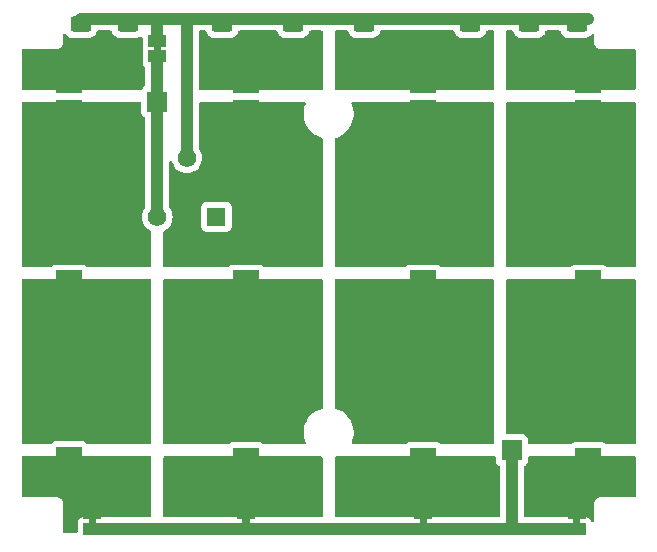
<source format=gtl>
%TF.GenerationSoftware,KiCad,Pcbnew,6.0.2+dfsg-1*%
%TF.CreationDate,2023-09-24T18:39:48+02:00*%
%TF.ProjectId,lampetit-battery,6c616d70-6574-4697-942d-626174746572,rev?*%
%TF.SameCoordinates,Original*%
%TF.FileFunction,Copper,L1,Top*%
%TF.FilePolarity,Positive*%
%FSLAX46Y46*%
G04 Gerber Fmt 4.6, Leading zero omitted, Abs format (unit mm)*
G04 Created by KiCad (PCBNEW 6.0.2+dfsg-1) date 2023-09-24 18:39:48*
%MOMM*%
%LPD*%
G01*
G04 APERTURE LIST*
G04 Aperture macros list*
%AMRoundRect*
0 Rectangle with rounded corners*
0 $1 Rounding radius*
0 $2 $3 $4 $5 $6 $7 $8 $9 X,Y pos of 4 corners*
0 Add a 4 corners polygon primitive as box body*
4,1,4,$2,$3,$4,$5,$6,$7,$8,$9,$2,$3,0*
0 Add four circle primitives for the rounded corners*
1,1,$1+$1,$2,$3*
1,1,$1+$1,$4,$5*
1,1,$1+$1,$6,$7*
1,1,$1+$1,$8,$9*
0 Add four rect primitives between the rounded corners*
20,1,$1+$1,$2,$3,$4,$5,0*
20,1,$1+$1,$4,$5,$6,$7,0*
20,1,$1+$1,$6,$7,$8,$9,0*
20,1,$1+$1,$8,$9,$2,$3,0*%
G04 Aperture macros list end*
%TA.AperFunction,ComponentPad*%
%ADD10R,1.560000X1.560000*%
%TD*%
%TA.AperFunction,ComponentPad*%
%ADD11C,1.560000*%
%TD*%
%TA.AperFunction,SMDPad,CuDef*%
%ADD12R,1.500000X1.000000*%
%TD*%
%TA.AperFunction,SMDPad,CuDef*%
%ADD13RoundRect,0.250000X-0.625000X0.400000X-0.625000X-0.400000X0.625000X-0.400000X0.625000X0.400000X0*%
%TD*%
%TA.AperFunction,SMDPad,CuDef*%
%ADD14R,2.200000X2.500000*%
%TD*%
%TA.AperFunction,SMDPad,CuDef*%
%ADD15R,2.200000X1.550000*%
%TD*%
%TA.AperFunction,ComponentPad*%
%ADD16R,1.700000X1.700000*%
%TD*%
%TA.AperFunction,ViaPad*%
%ADD17C,0.800000*%
%TD*%
%TA.AperFunction,Conductor*%
%ADD18C,1.000000*%
%TD*%
%TA.AperFunction,Conductor*%
%ADD19C,0.250000*%
%TD*%
G04 APERTURE END LIST*
%TO.C,JP3*%
G36*
X121900000Y-95050000D02*
G01*
X121300000Y-95050000D01*
X121300000Y-94550000D01*
X121900000Y-94550000D01*
X121900000Y-95050000D01*
G37*
%TO.C,JP2*%
G36*
X108900000Y-95050000D02*
G01*
X108300000Y-95050000D01*
X108300000Y-94550000D01*
X108900000Y-94550000D01*
X108900000Y-95050000D01*
G37*
%TO.C,JP5*%
G36*
X149900000Y-95050000D02*
G01*
X149300000Y-95050000D01*
X149300000Y-94550000D01*
X149900000Y-94550000D01*
X149900000Y-95050000D01*
G37*
%TO.C,JP4*%
G36*
X136900000Y-95050000D02*
G01*
X136300000Y-95050000D01*
X136300000Y-94550000D01*
X136900000Y-94550000D01*
X136900000Y-95050000D01*
G37*
%TO.C,JP1*%
G36*
X114400000Y-55050000D02*
G01*
X113800000Y-55050000D01*
X113800000Y-54550000D01*
X114400000Y-54550000D01*
X114400000Y-55050000D01*
G37*
%TD*%
D10*
%TO.P,RV1,1,1*%
%TO.N,unconnected-(RV1-Pad1)*%
X119100000Y-69040000D03*
D11*
%TO.P,RV1,2,2*%
%TO.N,Net-(JP1-Pad1)*%
X116600000Y-64040000D03*
%TO.P,RV1,3,3*%
%TO.N,+12V*%
X114100000Y-69040000D03*
%TD*%
D12*
%TO.P,JP3,1,A*%
%TO.N,/L2_3*%
X121600000Y-94150000D03*
%TO.P,JP3,2,B*%
%TO.N,GND*%
X121600000Y-95450000D03*
%TD*%
D13*
%TO.P,R5,1*%
%TO.N,Net-(JP1-Pad1)*%
X131600000Y-52750000D03*
%TO.P,R5,2*%
%TO.N,/L3_0*%
X131600000Y-55850000D03*
%TD*%
D14*
%TO.P,D6,1,K*%
%TO.N,/L2_3*%
X121600000Y-89850000D03*
D15*
%TO.P,D6,2,A*%
%TO.N,/L2_2*%
X121600000Y-87275000D03*
%TD*%
D13*
%TO.P,R7,1*%
%TO.N,Net-(JP1-Pad1)*%
X145600000Y-52750000D03*
%TO.P,R7,2*%
%TO.N,/L4_0*%
X145600000Y-55850000D03*
%TD*%
D12*
%TO.P,JP2,1,A*%
%TO.N,/L1_3*%
X108600000Y-94150000D03*
%TO.P,JP2,2,B*%
%TO.N,GND*%
X108600000Y-95450000D03*
%TD*%
D14*
%TO.P,D11,1,K*%
%TO.N,/L4_2*%
X150600000Y-74850000D03*
D15*
%TO.P,D11,2,A*%
%TO.N,/L4_1*%
X150600000Y-72275000D03*
%TD*%
D13*
%TO.P,R8,1*%
%TO.N,Net-(JP1-Pad1)*%
X149600000Y-52750000D03*
%TO.P,R8,2*%
%TO.N,/L4_0*%
X149600000Y-55850000D03*
%TD*%
%TO.P,R3,1*%
%TO.N,Net-(JP1-Pad1)*%
X119600000Y-52750000D03*
%TO.P,R3,2*%
%TO.N,/L2_0*%
X119600000Y-55850000D03*
%TD*%
D14*
%TO.P,D4,1,K*%
%TO.N,/L2_1*%
X121600000Y-60375000D03*
D15*
%TO.P,D4,2,A*%
%TO.N,/L2_0*%
X121600000Y-57800000D03*
%TD*%
D14*
%TO.P,D2,1,K*%
%TO.N,/L1_2*%
X106600000Y-74850000D03*
D15*
%TO.P,D2,2,A*%
%TO.N,/L1_1*%
X106600000Y-72275000D03*
%TD*%
D14*
%TO.P,D5,1,K*%
%TO.N,/L2_2*%
X121600000Y-74850000D03*
D15*
%TO.P,D5,2,A*%
%TO.N,/L2_1*%
X121600000Y-72275000D03*
%TD*%
D12*
%TO.P,JP5,1,A*%
%TO.N,/L4_3*%
X149600000Y-94150000D03*
%TO.P,JP5,2,B*%
%TO.N,GND*%
X149600000Y-95450000D03*
%TD*%
D14*
%TO.P,D9,1,K*%
%TO.N,/L3_3*%
X136600000Y-89850000D03*
D15*
%TO.P,D9,2,A*%
%TO.N,/L3_2*%
X136600000Y-87275000D03*
%TD*%
D16*
%TO.P,J2,1,Pin_1*%
%TO.N,GND*%
X144100000Y-88800000D03*
%TD*%
%TO.P,J1,1,Pin_1*%
%TO.N,+12V*%
X114100000Y-59300000D03*
%TD*%
D13*
%TO.P,R1,1*%
%TO.N,Net-(JP1-Pad1)*%
X107600000Y-52750000D03*
%TO.P,R1,2*%
%TO.N,/L1_0*%
X107600000Y-55850000D03*
%TD*%
D14*
%TO.P,D3,1,K*%
%TO.N,/L1_3*%
X106600000Y-89800000D03*
D15*
%TO.P,D3,2,A*%
%TO.N,/L1_2*%
X106600000Y-87225000D03*
%TD*%
D13*
%TO.P,R2,1*%
%TO.N,Net-(JP1-Pad1)*%
X111600000Y-52750000D03*
%TO.P,R2,2*%
%TO.N,/L1_0*%
X111600000Y-55850000D03*
%TD*%
D14*
%TO.P,D10,1,K*%
%TO.N,/L4_1*%
X150600000Y-60375000D03*
D15*
%TO.P,D10,2,A*%
%TO.N,/L4_0*%
X150600000Y-57800000D03*
%TD*%
D14*
%TO.P,D8,1,K*%
%TO.N,/L3_2*%
X136600000Y-74850000D03*
D15*
%TO.P,D8,2,A*%
%TO.N,/L3_1*%
X136600000Y-72275000D03*
%TD*%
D14*
%TO.P,D12,1,K*%
%TO.N,/L4_3*%
X150600000Y-89850000D03*
D15*
%TO.P,D12,2,A*%
%TO.N,/L4_2*%
X150600000Y-87275000D03*
%TD*%
D12*
%TO.P,JP4,1,A*%
%TO.N,/L3_3*%
X136600000Y-94150000D03*
%TO.P,JP4,2,B*%
%TO.N,GND*%
X136600000Y-95450000D03*
%TD*%
%TO.P,JP1,1,A*%
%TO.N,Net-(JP1-Pad1)*%
X114100000Y-54150000D03*
%TO.P,JP1,2,B*%
%TO.N,+12V*%
X114100000Y-55450000D03*
%TD*%
D13*
%TO.P,R4,1*%
%TO.N,Net-(JP1-Pad1)*%
X125600000Y-52750000D03*
%TO.P,R4,2*%
%TO.N,/L2_0*%
X125600000Y-55850000D03*
%TD*%
D14*
%TO.P,D7,1,K*%
%TO.N,/L3_1*%
X136600000Y-60375000D03*
D15*
%TO.P,D7,2,A*%
%TO.N,/L3_0*%
X136600000Y-57800000D03*
%TD*%
D14*
%TO.P,D1,1,K*%
%TO.N,/L1_1*%
X106600000Y-60375000D03*
D15*
%TO.P,D1,2,A*%
%TO.N,/L1_0*%
X106600000Y-57800000D03*
%TD*%
D13*
%TO.P,R6,1*%
%TO.N,Net-(JP1-Pad1)*%
X140600000Y-52750000D03*
%TO.P,R6,2*%
%TO.N,/L3_0*%
X140600000Y-55850000D03*
%TD*%
D17*
%TO.N,/L1_1*%
X103600000Y-60800000D03*
X103600000Y-71800000D03*
X109600000Y-71800000D03*
X109600000Y-60800000D03*
X111600000Y-60800000D03*
X111600000Y-68800000D03*
%TO.N,/L1_2*%
X112100000Y-86800000D03*
X103600000Y-75800000D03*
X109600000Y-86800000D03*
X103600000Y-86800000D03*
X109600000Y-75800000D03*
X111600000Y-78800000D03*
%TO.N,/L2_2*%
X126600000Y-82800000D03*
X119100000Y-75800000D03*
X116100000Y-78800000D03*
X116100000Y-86800000D03*
X124100000Y-75800000D03*
X124100000Y-86800000D03*
X119100000Y-86800000D03*
X126600000Y-75800000D03*
%TO.N,/L1_3*%
X112100000Y-93300000D03*
X112100000Y-90300000D03*
X103600000Y-90300000D03*
X109600000Y-90300000D03*
%TO.N,/L2_1*%
X126600000Y-68800000D03*
X119100000Y-71800000D03*
X119100000Y-63800000D03*
X126600000Y-71800000D03*
X124100000Y-60800000D03*
X124100000Y-71800000D03*
X119100000Y-60800000D03*
X124100000Y-63800000D03*
X116100000Y-68800000D03*
X126600000Y-63800000D03*
X124100000Y-68800000D03*
%TO.N,/L2_3*%
X119100000Y-93300000D03*
X126600000Y-93300000D03*
X124100000Y-93300000D03*
X124100000Y-90300000D03*
X116100000Y-90300000D03*
X119100000Y-90300000D03*
X116100000Y-93300000D03*
%TO.N,/L3_1*%
X134100000Y-71800000D03*
X139100000Y-60800000D03*
X141600000Y-67800000D03*
X131100000Y-71800000D03*
X134100000Y-60800000D03*
X139100000Y-71800000D03*
X141600000Y-60800000D03*
%TO.N,/L3_2*%
X141600000Y-79300000D03*
X141600000Y-86800000D03*
X134100000Y-86800000D03*
X139600000Y-75800000D03*
X131600000Y-75800000D03*
X131100000Y-82800000D03*
X139100000Y-86800000D03*
X134600000Y-75800000D03*
%TO.N,/L3_3*%
X134100000Y-93300000D03*
X142100000Y-90300000D03*
X142100000Y-93300000D03*
X131100000Y-93300000D03*
X139100000Y-93300000D03*
X134100000Y-90300000D03*
X139100000Y-90300000D03*
%TO.N,/L4_1*%
X147600000Y-71800000D03*
X153100000Y-60800000D03*
X153100000Y-71800000D03*
X144600000Y-60800000D03*
X144600000Y-67800000D03*
X147600000Y-60800000D03*
%TO.N,/L4_2*%
X147600000Y-86800000D03*
X153100000Y-86800000D03*
X153100000Y-75800000D03*
X147600000Y-75800000D03*
X145100000Y-86800000D03*
X144600000Y-79300000D03*
%TO.N,/L4_3*%
X147600000Y-90300000D03*
X153600000Y-90300000D03*
X146100000Y-90300000D03*
X146100000Y-93800000D03*
%TO.N,/L1_0*%
X103600000Y-57300000D03*
X103600000Y-55300000D03*
X109600000Y-57300000D03*
%TO.N,/L2_0*%
X119100000Y-57300000D03*
X124100000Y-57300000D03*
X122600000Y-54300000D03*
%TO.N,/L3_0*%
X141600000Y-57300000D03*
X137600000Y-53800000D03*
X139100000Y-57300000D03*
X133600000Y-57300000D03*
X135600000Y-53800000D03*
%TO.N,/L4_0*%
X153100000Y-55800000D03*
X153100000Y-57300000D03*
X147600000Y-54300000D03*
X147600000Y-57300000D03*
X144600000Y-57300000D03*
%TD*%
D18*
%TO.N,+12V*%
X114100000Y-69040000D02*
X114100000Y-59300000D01*
X114100000Y-59300000D02*
X114100000Y-55450000D01*
%TO.N,GND*%
X136600000Y-95450000D02*
X149600000Y-95450000D01*
X108600000Y-95450000D02*
X136600000Y-95450000D01*
X144100000Y-89300000D02*
X144100000Y-95300000D01*
%TO.N,Net-(JP1-Pad1)*%
X116600000Y-64040000D02*
X116600000Y-52300000D01*
X114150000Y-52250000D02*
X116550000Y-52250000D01*
D19*
X116600000Y-52300000D02*
X116550000Y-52250000D01*
D18*
X107600000Y-52250000D02*
X114150000Y-52250000D01*
X114100000Y-54150000D02*
X114100000Y-52300000D01*
D19*
X114100000Y-52300000D02*
X114150000Y-52250000D01*
D18*
X116550000Y-52250000D02*
X150600000Y-52250000D01*
%TD*%
%TA.AperFunction,Conductor*%
%TO.N,/L1_3*%
G36*
X113542121Y-89320002D02*
G01*
X113588614Y-89373658D01*
X113600000Y-89426000D01*
X113600000Y-94315500D01*
X113579998Y-94383621D01*
X113526342Y-94430114D01*
X113474000Y-94441500D01*
X107801866Y-94441500D01*
X107739684Y-94448255D01*
X107603295Y-94499385D01*
X107486739Y-94586739D01*
X107399385Y-94703295D01*
X107348255Y-94839684D01*
X107341500Y-94901866D01*
X107341500Y-95674000D01*
X107321498Y-95742121D01*
X107267842Y-95788614D01*
X107215500Y-95800000D01*
X106234000Y-95800000D01*
X106165879Y-95779998D01*
X106119386Y-95726342D01*
X106108000Y-95674000D01*
X106108000Y-93308702D01*
X106108002Y-93307932D01*
X106108421Y-93239322D01*
X106108476Y-93230348D01*
X106106010Y-93221719D01*
X106106009Y-93221714D01*
X106100361Y-93201952D01*
X106096783Y-93185191D01*
X106093870Y-93164848D01*
X106093867Y-93164838D01*
X106092595Y-93155955D01*
X106081979Y-93132605D01*
X106075536Y-93115093D01*
X106070954Y-93099063D01*
X106068488Y-93090435D01*
X106052726Y-93065452D01*
X106044596Y-93050386D01*
X106032367Y-93023490D01*
X106015626Y-93004061D01*
X106004521Y-92989053D01*
X105995630Y-92974961D01*
X105990840Y-92967369D01*
X105968703Y-92947818D01*
X105956659Y-92935626D01*
X105943239Y-92920051D01*
X105943237Y-92920050D01*
X105937381Y-92913253D01*
X105929853Y-92908374D01*
X105929850Y-92908371D01*
X105915861Y-92899304D01*
X105900987Y-92888014D01*
X105888502Y-92876988D01*
X105881772Y-92871044D01*
X105873646Y-92867229D01*
X105873645Y-92867228D01*
X105867979Y-92864568D01*
X105855034Y-92858490D01*
X105840065Y-92850176D01*
X105815273Y-92834107D01*
X105790709Y-92826761D01*
X105773264Y-92820099D01*
X105750052Y-92809201D01*
X105720870Y-92804657D01*
X105704151Y-92800874D01*
X105684464Y-92794986D01*
X105684461Y-92794985D01*
X105675859Y-92792413D01*
X105666884Y-92792358D01*
X105666883Y-92792358D01*
X105660190Y-92792317D01*
X105641444Y-92792203D01*
X105640672Y-92792170D01*
X105639577Y-92792000D01*
X105608702Y-92792000D01*
X105607932Y-92791998D01*
X105534284Y-92791548D01*
X105534283Y-92791548D01*
X105530348Y-92791524D01*
X105529004Y-92791908D01*
X105527659Y-92792000D01*
X102726000Y-92792000D01*
X102657879Y-92771998D01*
X102611386Y-92718342D01*
X102600000Y-92666000D01*
X102600000Y-89426000D01*
X102620002Y-89357879D01*
X102673658Y-89311386D01*
X102726000Y-89300000D01*
X113474000Y-89300000D01*
X113542121Y-89320002D01*
G37*
%TD.AperFunction*%
%TD*%
%TA.AperFunction,Conductor*%
%TO.N,/L1_2*%
G36*
X113542121Y-74320002D02*
G01*
X113588614Y-74373658D01*
X113600000Y-74426000D01*
X113600000Y-88174000D01*
X113579998Y-88242121D01*
X113526342Y-88288614D01*
X113474000Y-88300000D01*
X108211173Y-88300000D01*
X108143052Y-88279998D01*
X108110347Y-88249566D01*
X108063261Y-88186739D01*
X107946705Y-88099385D01*
X107810316Y-88048255D01*
X107748134Y-88041500D01*
X105451866Y-88041500D01*
X105389684Y-88048255D01*
X105253295Y-88099385D01*
X105136739Y-88186739D01*
X105089653Y-88249566D01*
X105032793Y-88292080D01*
X104988827Y-88300000D01*
X102726000Y-88300000D01*
X102657879Y-88279998D01*
X102611386Y-88226342D01*
X102600000Y-88174000D01*
X102600000Y-74426000D01*
X102620002Y-74357879D01*
X102673658Y-74311386D01*
X102726000Y-74300000D01*
X113474000Y-74300000D01*
X113542121Y-74320002D01*
G37*
%TD.AperFunction*%
%TD*%
%TA.AperFunction,Conductor*%
%TO.N,/L3_3*%
G36*
X142683621Y-89320002D02*
G01*
X142730114Y-89373658D01*
X142741500Y-89426000D01*
X142741500Y-89698134D01*
X142748255Y-89760316D01*
X142799385Y-89896705D01*
X142886739Y-90013261D01*
X143003295Y-90100615D01*
X143011704Y-90103767D01*
X143019575Y-90108077D01*
X143018664Y-90109741D01*
X143066490Y-90145663D01*
X143091193Y-90212224D01*
X143091500Y-90221009D01*
X143091500Y-94315500D01*
X143071498Y-94383621D01*
X143017842Y-94430114D01*
X142965500Y-94441500D01*
X129226000Y-94441500D01*
X129157879Y-94421498D01*
X129111386Y-94367842D01*
X129100000Y-94315500D01*
X129100000Y-89448823D01*
X129120002Y-89380702D01*
X129173658Y-89334209D01*
X129183941Y-89330050D01*
X129248392Y-89307227D01*
X129290451Y-89300000D01*
X142615500Y-89300000D01*
X142683621Y-89320002D01*
G37*
%TD.AperFunction*%
%TD*%
%TA.AperFunction,Conductor*%
%TO.N,/L3_2*%
G36*
X142542121Y-74320002D02*
G01*
X142588614Y-74373658D01*
X142600000Y-74426000D01*
X142600000Y-88174000D01*
X142579998Y-88242121D01*
X142526342Y-88288614D01*
X142474000Y-88300000D01*
X138173700Y-88300000D01*
X138105579Y-88279998D01*
X138072873Y-88249564D01*
X138068645Y-88243922D01*
X138068642Y-88243919D01*
X138063261Y-88236739D01*
X138056081Y-88231358D01*
X138056078Y-88231355D01*
X137992502Y-88183708D01*
X137946705Y-88149385D01*
X137810316Y-88098255D01*
X137748134Y-88091500D01*
X135451866Y-88091500D01*
X135389684Y-88098255D01*
X135253295Y-88149385D01*
X135207498Y-88183708D01*
X135143922Y-88231355D01*
X135143919Y-88231358D01*
X135136739Y-88236739D01*
X135131358Y-88243919D01*
X135131355Y-88243922D01*
X135127127Y-88249564D01*
X135070269Y-88292079D01*
X135026300Y-88300000D01*
X130656686Y-88300000D01*
X130588565Y-88279998D01*
X130542072Y-88226342D01*
X130531968Y-88156068D01*
X130541311Y-88123359D01*
X130588483Y-88015898D01*
X130667244Y-87739406D01*
X130707751Y-87454784D01*
X130709257Y-87167297D01*
X130671732Y-86882266D01*
X130595871Y-86604964D01*
X130483077Y-86340524D01*
X130335439Y-86093839D01*
X130155687Y-85869472D01*
X129947149Y-85671577D01*
X129713683Y-85503814D01*
X129691843Y-85492250D01*
X129668654Y-85479972D01*
X129459608Y-85369288D01*
X129189627Y-85270489D01*
X129189662Y-85270392D01*
X129131009Y-85232931D01*
X129101334Y-85168434D01*
X129100000Y-85150150D01*
X129100000Y-74426000D01*
X129120002Y-74357879D01*
X129173658Y-74311386D01*
X129226000Y-74300000D01*
X142474000Y-74300000D01*
X142542121Y-74320002D01*
G37*
%TD.AperFunction*%
%TD*%
%TA.AperFunction,Conductor*%
%TO.N,/L2_1*%
G36*
X126611435Y-59320002D02*
G01*
X126657928Y-59373658D01*
X126668032Y-59443932D01*
X126658689Y-59476641D01*
X126611517Y-59584102D01*
X126532756Y-59860594D01*
X126492249Y-60145216D01*
X126492227Y-60149505D01*
X126492226Y-60149512D01*
X126490929Y-60397120D01*
X126490743Y-60432703D01*
X126491302Y-60436947D01*
X126491302Y-60436951D01*
X126500403Y-60506080D01*
X126528268Y-60717734D01*
X126604129Y-60995036D01*
X126716923Y-61259476D01*
X126864561Y-61506161D01*
X127044313Y-61730528D01*
X127252851Y-61928423D01*
X127486317Y-62096186D01*
X127490112Y-62098195D01*
X127490113Y-62098196D01*
X127531346Y-62120028D01*
X127740392Y-62230712D01*
X128010373Y-62329511D01*
X128010338Y-62329608D01*
X128068991Y-62367069D01*
X128098666Y-62431566D01*
X128100000Y-62449850D01*
X128100000Y-73174000D01*
X128079998Y-73242121D01*
X128026342Y-73288614D01*
X127974000Y-73300000D01*
X123173700Y-73300000D01*
X123105579Y-73279998D01*
X123072873Y-73249564D01*
X123068645Y-73243922D01*
X123068642Y-73243919D01*
X123063261Y-73236739D01*
X123056081Y-73231358D01*
X123056078Y-73231355D01*
X122992502Y-73183708D01*
X122946705Y-73149385D01*
X122810316Y-73098255D01*
X122748134Y-73091500D01*
X120451866Y-73091500D01*
X120389684Y-73098255D01*
X120253295Y-73149385D01*
X120207498Y-73183708D01*
X120143922Y-73231355D01*
X120143919Y-73231358D01*
X120136739Y-73236739D01*
X120131358Y-73243919D01*
X120131355Y-73243922D01*
X120127127Y-73249564D01*
X120070269Y-73292079D01*
X120026300Y-73300000D01*
X114726000Y-73300000D01*
X114657879Y-73279998D01*
X114611386Y-73226342D01*
X114600000Y-73174000D01*
X114600000Y-70308819D01*
X114620002Y-70240698D01*
X114672751Y-70194624D01*
X114741726Y-70162461D01*
X114741730Y-70162459D01*
X114746711Y-70160136D01*
X114931396Y-70030819D01*
X115090819Y-69871396D01*
X115093103Y-69868134D01*
X117811500Y-69868134D01*
X117818255Y-69930316D01*
X117869385Y-70066705D01*
X117956739Y-70183261D01*
X118073295Y-70270615D01*
X118209684Y-70321745D01*
X118271866Y-70328500D01*
X119928134Y-70328500D01*
X119990316Y-70321745D01*
X120126705Y-70270615D01*
X120243261Y-70183261D01*
X120330615Y-70066705D01*
X120381745Y-69930316D01*
X120388500Y-69868134D01*
X120388500Y-68211866D01*
X120381745Y-68149684D01*
X120330615Y-68013295D01*
X120243261Y-67896739D01*
X120126705Y-67809385D01*
X119990316Y-67758255D01*
X119928134Y-67751500D01*
X118271866Y-67751500D01*
X118209684Y-67758255D01*
X118073295Y-67809385D01*
X117956739Y-67896739D01*
X117869385Y-68013295D01*
X117818255Y-68149684D01*
X117811500Y-68211866D01*
X117811500Y-69868134D01*
X115093103Y-69868134D01*
X115220136Y-69686711D01*
X115315419Y-69482376D01*
X115373772Y-69264600D01*
X115393422Y-69040000D01*
X115373772Y-68815400D01*
X115315419Y-68597624D01*
X115220136Y-68393289D01*
X115131285Y-68266396D01*
X115108500Y-68194128D01*
X115108500Y-64409094D01*
X115128502Y-64340973D01*
X115182158Y-64294480D01*
X115252432Y-64284376D01*
X115317012Y-64313870D01*
X115356207Y-64376483D01*
X115384581Y-64482376D01*
X115479864Y-64686711D01*
X115609181Y-64871396D01*
X115768604Y-65030819D01*
X115953289Y-65160136D01*
X115958267Y-65162457D01*
X115958270Y-65162459D01*
X116152642Y-65253096D01*
X116157624Y-65255419D01*
X116162932Y-65256841D01*
X116162934Y-65256842D01*
X116370085Y-65312348D01*
X116370087Y-65312348D01*
X116375400Y-65313772D01*
X116600000Y-65333422D01*
X116824600Y-65313772D01*
X116829913Y-65312348D01*
X116829915Y-65312348D01*
X117037066Y-65256842D01*
X117037068Y-65256841D01*
X117042376Y-65255419D01*
X117047358Y-65253096D01*
X117241730Y-65162459D01*
X117241733Y-65162457D01*
X117246711Y-65160136D01*
X117431396Y-65030819D01*
X117590819Y-64871396D01*
X117720136Y-64686711D01*
X117815419Y-64482376D01*
X117873772Y-64264600D01*
X117893422Y-64040000D01*
X117873772Y-63815400D01*
X117815419Y-63597624D01*
X117720136Y-63393289D01*
X117631285Y-63266396D01*
X117608500Y-63194128D01*
X117608500Y-59426000D01*
X117628502Y-59357879D01*
X117682158Y-59311386D01*
X117734500Y-59300000D01*
X126543314Y-59300000D01*
X126611435Y-59320002D01*
G37*
%TD.AperFunction*%
%TD*%
%TA.AperFunction,Conductor*%
%TO.N,/L1_0*%
G36*
X110188902Y-53278502D02*
G01*
X110235395Y-53332158D01*
X110240303Y-53344618D01*
X110283450Y-53473946D01*
X110376522Y-53624348D01*
X110501697Y-53749305D01*
X110507927Y-53753145D01*
X110507928Y-53753146D01*
X110645090Y-53837694D01*
X110652262Y-53842115D01*
X110729197Y-53867633D01*
X110813611Y-53895632D01*
X110813613Y-53895632D01*
X110820139Y-53897797D01*
X110826975Y-53898497D01*
X110826978Y-53898498D01*
X110870031Y-53902909D01*
X110924600Y-53908500D01*
X112275400Y-53908500D01*
X112278646Y-53908163D01*
X112278650Y-53908163D01*
X112374308Y-53898238D01*
X112374312Y-53898237D01*
X112381166Y-53897526D01*
X112387702Y-53895345D01*
X112387704Y-53895345D01*
X112519806Y-53851272D01*
X112548946Y-53841550D01*
X112574338Y-53825837D01*
X112649197Y-53779513D01*
X112717649Y-53760675D01*
X112785419Y-53781836D01*
X112830990Y-53836277D01*
X112841500Y-53886657D01*
X112841500Y-54698134D01*
X112848255Y-54760316D01*
X112851029Y-54767715D01*
X112851775Y-54770854D01*
X112851775Y-54829146D01*
X112851029Y-54832285D01*
X112848255Y-54839684D01*
X112841500Y-54901866D01*
X112841500Y-55998134D01*
X112848255Y-56060316D01*
X112899385Y-56196705D01*
X112986739Y-56313261D01*
X112993919Y-56318642D01*
X113041065Y-56353976D01*
X113083580Y-56410835D01*
X113091500Y-56454802D01*
X113091500Y-57878991D01*
X113071498Y-57947112D01*
X113017842Y-57993605D01*
X113012306Y-57995903D01*
X113011704Y-57996232D01*
X113003295Y-57999385D01*
X112886739Y-58086739D01*
X112881358Y-58093919D01*
X112804767Y-58196113D01*
X112804765Y-58196116D01*
X112799385Y-58203295D01*
X112796235Y-58211698D01*
X112793788Y-58218226D01*
X112751149Y-58274992D01*
X112684588Y-58299694D01*
X112675805Y-58300000D01*
X102726000Y-58300000D01*
X102657879Y-58279998D01*
X102611386Y-58226342D01*
X102600000Y-58174000D01*
X102600000Y-54934000D01*
X102620002Y-54865879D01*
X102673658Y-54819386D01*
X102726000Y-54808000D01*
X105591298Y-54808000D01*
X105592069Y-54808002D01*
X105669652Y-54808476D01*
X105678281Y-54806010D01*
X105678286Y-54806009D01*
X105698048Y-54800361D01*
X105714809Y-54796783D01*
X105735152Y-54793870D01*
X105735162Y-54793867D01*
X105744045Y-54792595D01*
X105767395Y-54781979D01*
X105784907Y-54775536D01*
X105800937Y-54770954D01*
X105809565Y-54768488D01*
X105834548Y-54752726D01*
X105849614Y-54744596D01*
X105876510Y-54732367D01*
X105895939Y-54715626D01*
X105910947Y-54704521D01*
X105925039Y-54695630D01*
X105932631Y-54690840D01*
X105952182Y-54668703D01*
X105964374Y-54656659D01*
X105979949Y-54643239D01*
X105979950Y-54643237D01*
X105986747Y-54637381D01*
X105991626Y-54629853D01*
X105991629Y-54629850D01*
X106000696Y-54615861D01*
X106011986Y-54600987D01*
X106023012Y-54588502D01*
X106028956Y-54581772D01*
X106041510Y-54555034D01*
X106049824Y-54540065D01*
X106065893Y-54515273D01*
X106073239Y-54490709D01*
X106079901Y-54473264D01*
X106086983Y-54458179D01*
X106090799Y-54450052D01*
X106095343Y-54420870D01*
X106099126Y-54404151D01*
X106105014Y-54384464D01*
X106105015Y-54384461D01*
X106107587Y-54375859D01*
X106107797Y-54341444D01*
X106107830Y-54340672D01*
X106108000Y-54339577D01*
X106108000Y-54308702D01*
X106108002Y-54307932D01*
X106108452Y-54234284D01*
X106108452Y-54234283D01*
X106108476Y-54230348D01*
X106108092Y-54229004D01*
X106108000Y-54227659D01*
X106108000Y-53633481D01*
X106128002Y-53565360D01*
X106181658Y-53518867D01*
X106251932Y-53508763D01*
X106316512Y-53538257D01*
X106341144Y-53567178D01*
X106376522Y-53624348D01*
X106501697Y-53749305D01*
X106507927Y-53753145D01*
X106507928Y-53753146D01*
X106645090Y-53837694D01*
X106652262Y-53842115D01*
X106729197Y-53867633D01*
X106813611Y-53895632D01*
X106813613Y-53895632D01*
X106820139Y-53897797D01*
X106826975Y-53898497D01*
X106826978Y-53898498D01*
X106870031Y-53902909D01*
X106924600Y-53908500D01*
X108275400Y-53908500D01*
X108278646Y-53908163D01*
X108278650Y-53908163D01*
X108374308Y-53898238D01*
X108374312Y-53898237D01*
X108381166Y-53897526D01*
X108387702Y-53895345D01*
X108387704Y-53895345D01*
X108519806Y-53851272D01*
X108548946Y-53841550D01*
X108699348Y-53748478D01*
X108824305Y-53623303D01*
X108875849Y-53539684D01*
X108913275Y-53478968D01*
X108913276Y-53478966D01*
X108917115Y-53472738D01*
X108959539Y-53344833D01*
X108999969Y-53286473D01*
X109065534Y-53259236D01*
X109079132Y-53258500D01*
X110120781Y-53258500D01*
X110188902Y-53278502D01*
G37*
%TD.AperFunction*%
%TD*%
%TA.AperFunction,Conductor*%
%TO.N,/L4_0*%
G36*
X144188902Y-53278502D02*
G01*
X144235395Y-53332158D01*
X144240303Y-53344618D01*
X144283450Y-53473946D01*
X144376522Y-53624348D01*
X144501697Y-53749305D01*
X144507927Y-53753145D01*
X144507928Y-53753146D01*
X144645090Y-53837694D01*
X144652262Y-53842115D01*
X144732005Y-53868564D01*
X144813611Y-53895632D01*
X144813613Y-53895632D01*
X144820139Y-53897797D01*
X144826975Y-53898497D01*
X144826978Y-53898498D01*
X144870031Y-53902909D01*
X144924600Y-53908500D01*
X146275400Y-53908500D01*
X146278646Y-53908163D01*
X146278650Y-53908163D01*
X146374308Y-53898238D01*
X146374312Y-53898237D01*
X146381166Y-53897526D01*
X146387702Y-53895345D01*
X146387704Y-53895345D01*
X146519806Y-53851272D01*
X146548946Y-53841550D01*
X146699348Y-53748478D01*
X146824305Y-53623303D01*
X146877629Y-53536796D01*
X146913275Y-53478968D01*
X146913276Y-53478966D01*
X146917115Y-53472738D01*
X146959539Y-53344833D01*
X146999969Y-53286473D01*
X147065534Y-53259236D01*
X147079132Y-53258500D01*
X148120781Y-53258500D01*
X148188902Y-53278502D01*
X148235395Y-53332158D01*
X148240303Y-53344618D01*
X148283450Y-53473946D01*
X148376522Y-53624348D01*
X148501697Y-53749305D01*
X148507927Y-53753145D01*
X148507928Y-53753146D01*
X148645090Y-53837694D01*
X148652262Y-53842115D01*
X148732005Y-53868564D01*
X148813611Y-53895632D01*
X148813613Y-53895632D01*
X148820139Y-53897797D01*
X148826975Y-53898497D01*
X148826978Y-53898498D01*
X148870031Y-53902909D01*
X148924600Y-53908500D01*
X150275400Y-53908500D01*
X150278646Y-53908163D01*
X150278650Y-53908163D01*
X150374308Y-53898238D01*
X150374312Y-53898237D01*
X150381166Y-53897526D01*
X150387702Y-53895345D01*
X150387704Y-53895345D01*
X150519806Y-53851272D01*
X150548946Y-53841550D01*
X150699348Y-53748478D01*
X150824305Y-53623303D01*
X150858740Y-53567439D01*
X150911512Y-53519946D01*
X150981584Y-53508522D01*
X151046708Y-53536796D01*
X151086207Y-53595790D01*
X151092000Y-53633555D01*
X151092000Y-54291298D01*
X151091998Y-54292068D01*
X151091524Y-54369652D01*
X151093990Y-54378281D01*
X151093991Y-54378286D01*
X151099639Y-54398048D01*
X151103217Y-54414809D01*
X151106130Y-54435152D01*
X151106133Y-54435162D01*
X151107405Y-54444045D01*
X151118021Y-54467395D01*
X151124464Y-54484907D01*
X151131512Y-54509565D01*
X151147274Y-54534548D01*
X151155404Y-54549614D01*
X151167633Y-54576510D01*
X151184374Y-54595939D01*
X151195479Y-54610947D01*
X151209160Y-54632631D01*
X151215888Y-54638573D01*
X151231296Y-54652181D01*
X151243340Y-54664373D01*
X151262619Y-54686747D01*
X151270147Y-54691626D01*
X151270150Y-54691629D01*
X151284139Y-54700696D01*
X151299013Y-54711986D01*
X151318228Y-54728956D01*
X151326354Y-54732771D01*
X151326355Y-54732772D01*
X151332021Y-54735432D01*
X151344966Y-54741510D01*
X151359935Y-54749824D01*
X151384727Y-54765893D01*
X151393327Y-54768465D01*
X151409290Y-54773239D01*
X151426736Y-54779901D01*
X151449948Y-54790799D01*
X151479130Y-54795343D01*
X151495849Y-54799126D01*
X151515536Y-54805014D01*
X151515539Y-54805015D01*
X151524141Y-54807587D01*
X151533116Y-54807642D01*
X151533117Y-54807642D01*
X151539810Y-54807683D01*
X151558556Y-54807797D01*
X151559328Y-54807830D01*
X151560423Y-54808000D01*
X151591298Y-54808000D01*
X151592068Y-54808002D01*
X151665716Y-54808452D01*
X151665717Y-54808452D01*
X151669652Y-54808476D01*
X151670996Y-54808092D01*
X151672341Y-54808000D01*
X154474000Y-54808000D01*
X154542121Y-54828002D01*
X154588614Y-54881658D01*
X154600000Y-54934000D01*
X154600000Y-58174000D01*
X154579998Y-58242121D01*
X154526342Y-58288614D01*
X154474000Y-58300000D01*
X143726000Y-58300000D01*
X143657879Y-58279998D01*
X143611386Y-58226342D01*
X143600000Y-58174000D01*
X143600000Y-53384500D01*
X143620002Y-53316379D01*
X143673658Y-53269886D01*
X143726000Y-53258500D01*
X144120781Y-53258500D01*
X144188902Y-53278502D01*
G37*
%TD.AperFunction*%
%TD*%
%TA.AperFunction,Conductor*%
%TO.N,/L2_3*%
G36*
X127950700Y-89307674D02*
G01*
X127960844Y-89311386D01*
X128010373Y-89329511D01*
X128010338Y-89329608D01*
X128068991Y-89367069D01*
X128098666Y-89431566D01*
X128100000Y-89449850D01*
X128100000Y-94315500D01*
X128079998Y-94383621D01*
X128026342Y-94430114D01*
X127974000Y-94441500D01*
X114726000Y-94441500D01*
X114657879Y-94421498D01*
X114611386Y-94367842D01*
X114600000Y-94315500D01*
X114600000Y-89426000D01*
X114620002Y-89357879D01*
X114673658Y-89311386D01*
X114726000Y-89300000D01*
X127907399Y-89300000D01*
X127950700Y-89307674D01*
G37*
%TD.AperFunction*%
%TD*%
%TA.AperFunction,Conductor*%
%TO.N,/L1_1*%
G36*
X112683621Y-59320002D02*
G01*
X112730114Y-59373658D01*
X112741500Y-59426000D01*
X112741500Y-60198134D01*
X112748255Y-60260316D01*
X112799385Y-60396705D01*
X112886739Y-60513261D01*
X113003295Y-60600615D01*
X113011704Y-60603767D01*
X113019575Y-60608077D01*
X113018664Y-60609741D01*
X113066490Y-60645663D01*
X113091193Y-60712224D01*
X113091500Y-60721009D01*
X113091500Y-68194128D01*
X113068715Y-68266396D01*
X112979864Y-68393289D01*
X112884581Y-68597624D01*
X112826228Y-68815400D01*
X112806578Y-69040000D01*
X112826228Y-69264600D01*
X112884581Y-69482376D01*
X112979864Y-69686711D01*
X113109181Y-69871396D01*
X113268604Y-70030819D01*
X113453289Y-70160136D01*
X113458270Y-70162459D01*
X113458274Y-70162461D01*
X113527249Y-70194624D01*
X113580535Y-70241541D01*
X113600000Y-70308819D01*
X113600000Y-73174000D01*
X113579998Y-73242121D01*
X113526342Y-73288614D01*
X113474000Y-73300000D01*
X108173700Y-73300000D01*
X108105579Y-73279998D01*
X108072873Y-73249564D01*
X108068645Y-73243922D01*
X108068642Y-73243919D01*
X108063261Y-73236739D01*
X108056081Y-73231358D01*
X108056078Y-73231355D01*
X107992502Y-73183708D01*
X107946705Y-73149385D01*
X107810316Y-73098255D01*
X107748134Y-73091500D01*
X105451866Y-73091500D01*
X105389684Y-73098255D01*
X105253295Y-73149385D01*
X105207498Y-73183708D01*
X105143922Y-73231355D01*
X105143919Y-73231358D01*
X105136739Y-73236739D01*
X105131358Y-73243919D01*
X105131355Y-73243922D01*
X105127127Y-73249564D01*
X105070269Y-73292079D01*
X105026300Y-73300000D01*
X102726000Y-73300000D01*
X102657879Y-73279998D01*
X102611386Y-73226342D01*
X102600000Y-73174000D01*
X102600000Y-59426000D01*
X102620002Y-59357879D01*
X102673658Y-59311386D01*
X102726000Y-59300000D01*
X112615500Y-59300000D01*
X112683621Y-59320002D01*
G37*
%TD.AperFunction*%
%TD*%
%TA.AperFunction,Conductor*%
%TO.N,/L3_0*%
G36*
X130188902Y-53278502D02*
G01*
X130235395Y-53332158D01*
X130240303Y-53344618D01*
X130283450Y-53473946D01*
X130376522Y-53624348D01*
X130501697Y-53749305D01*
X130507927Y-53753145D01*
X130507928Y-53753146D01*
X130645090Y-53837694D01*
X130652262Y-53842115D01*
X130732005Y-53868564D01*
X130813611Y-53895632D01*
X130813613Y-53895632D01*
X130820139Y-53897797D01*
X130826975Y-53898497D01*
X130826978Y-53898498D01*
X130870031Y-53902909D01*
X130924600Y-53908500D01*
X132275400Y-53908500D01*
X132278646Y-53908163D01*
X132278650Y-53908163D01*
X132374308Y-53898238D01*
X132374312Y-53898237D01*
X132381166Y-53897526D01*
X132387702Y-53895345D01*
X132387704Y-53895345D01*
X132519806Y-53851272D01*
X132548946Y-53841550D01*
X132699348Y-53748478D01*
X132824305Y-53623303D01*
X132917115Y-53472738D01*
X132959539Y-53344833D01*
X132999969Y-53286473D01*
X133065534Y-53259236D01*
X133079132Y-53258500D01*
X139120781Y-53258500D01*
X139188902Y-53278502D01*
X139235395Y-53332158D01*
X139240303Y-53344618D01*
X139283450Y-53473946D01*
X139376522Y-53624348D01*
X139501697Y-53749305D01*
X139507927Y-53753145D01*
X139507928Y-53753146D01*
X139645090Y-53837694D01*
X139652262Y-53842115D01*
X139732005Y-53868564D01*
X139813611Y-53895632D01*
X139813613Y-53895632D01*
X139820139Y-53897797D01*
X139826975Y-53898497D01*
X139826978Y-53898498D01*
X139870031Y-53902909D01*
X139924600Y-53908500D01*
X141275400Y-53908500D01*
X141278646Y-53908163D01*
X141278650Y-53908163D01*
X141374308Y-53898238D01*
X141374312Y-53898237D01*
X141381166Y-53897526D01*
X141387702Y-53895345D01*
X141387704Y-53895345D01*
X141519806Y-53851272D01*
X141548946Y-53841550D01*
X141699348Y-53748478D01*
X141824305Y-53623303D01*
X141917115Y-53472738D01*
X141959539Y-53344833D01*
X141999969Y-53286473D01*
X142065534Y-53259236D01*
X142079132Y-53258500D01*
X142474000Y-53258500D01*
X142542121Y-53278502D01*
X142588614Y-53332158D01*
X142600000Y-53384500D01*
X142600000Y-58174000D01*
X142579998Y-58242121D01*
X142526342Y-58288614D01*
X142474000Y-58300000D01*
X129292601Y-58300000D01*
X129249300Y-58292326D01*
X129193655Y-58271963D01*
X129193654Y-58271963D01*
X129189627Y-58270489D01*
X129189662Y-58270392D01*
X129131009Y-58232931D01*
X129101334Y-58168434D01*
X129100000Y-58150150D01*
X129100000Y-53384500D01*
X129120002Y-53316379D01*
X129173658Y-53269886D01*
X129226000Y-53258500D01*
X130120781Y-53258500D01*
X130188902Y-53278502D01*
G37*
%TD.AperFunction*%
%TD*%
%TA.AperFunction,Conductor*%
%TO.N,/L4_3*%
G36*
X154542121Y-89320002D02*
G01*
X154588614Y-89373658D01*
X154600000Y-89426000D01*
X154600000Y-92666000D01*
X154579998Y-92734121D01*
X154526342Y-92780614D01*
X154474000Y-92792000D01*
X151608702Y-92792000D01*
X151607932Y-92791998D01*
X151607078Y-92791993D01*
X151530348Y-92791524D01*
X151521719Y-92793990D01*
X151521714Y-92793991D01*
X151501952Y-92799639D01*
X151485191Y-92803217D01*
X151464848Y-92806130D01*
X151464838Y-92806133D01*
X151455955Y-92807405D01*
X151432605Y-92818021D01*
X151415093Y-92824464D01*
X151402200Y-92828149D01*
X151390435Y-92831512D01*
X151365452Y-92847274D01*
X151350386Y-92855404D01*
X151323490Y-92867633D01*
X151304061Y-92884374D01*
X151289053Y-92895479D01*
X151267369Y-92909160D01*
X151261427Y-92915888D01*
X151247819Y-92931296D01*
X151235627Y-92943340D01*
X151213253Y-92962619D01*
X151208374Y-92970147D01*
X151208371Y-92970150D01*
X151199304Y-92984139D01*
X151188014Y-92999013D01*
X151171044Y-93018228D01*
X151158490Y-93044966D01*
X151150176Y-93059935D01*
X151134107Y-93084727D01*
X151131535Y-93093327D01*
X151126761Y-93109290D01*
X151120099Y-93126736D01*
X151109201Y-93149948D01*
X151107820Y-93158821D01*
X151104658Y-93179128D01*
X151100874Y-93195849D01*
X151094986Y-93215536D01*
X151094985Y-93215539D01*
X151092413Y-93224141D01*
X151092358Y-93233116D01*
X151092358Y-93233117D01*
X151092203Y-93258546D01*
X151092170Y-93259328D01*
X151092000Y-93260423D01*
X151092000Y-93291298D01*
X151091998Y-93292068D01*
X151091524Y-93369652D01*
X151091908Y-93370996D01*
X151092000Y-93372341D01*
X151092000Y-94785512D01*
X151071998Y-94853633D01*
X151018342Y-94900126D01*
X150948068Y-94910230D01*
X150883488Y-94880736D01*
X150848018Y-94829742D01*
X150803767Y-94711703D01*
X150800615Y-94703295D01*
X150713261Y-94586739D01*
X150596705Y-94499385D01*
X150460316Y-94448255D01*
X150398134Y-94441500D01*
X145234500Y-94441500D01*
X145166379Y-94421498D01*
X145119886Y-94367842D01*
X145108500Y-94315500D01*
X145108500Y-90221009D01*
X145128502Y-90152888D01*
X145182158Y-90106395D01*
X145187694Y-90104097D01*
X145188296Y-90103768D01*
X145196705Y-90100615D01*
X145313261Y-90013261D01*
X145400615Y-89896705D01*
X145451745Y-89760316D01*
X145458500Y-89698134D01*
X145458500Y-89426000D01*
X145478502Y-89357879D01*
X145532158Y-89311386D01*
X145584500Y-89300000D01*
X154474000Y-89300000D01*
X154542121Y-89320002D01*
G37*
%TD.AperFunction*%
%TD*%
%TA.AperFunction,Conductor*%
%TO.N,/L2_0*%
G36*
X118188902Y-53278502D02*
G01*
X118235395Y-53332158D01*
X118240303Y-53344618D01*
X118283450Y-53473946D01*
X118376522Y-53624348D01*
X118501697Y-53749305D01*
X118507927Y-53753145D01*
X118507928Y-53753146D01*
X118645090Y-53837694D01*
X118652262Y-53842115D01*
X118732005Y-53868564D01*
X118813611Y-53895632D01*
X118813613Y-53895632D01*
X118820139Y-53897797D01*
X118826975Y-53898497D01*
X118826978Y-53898498D01*
X118870031Y-53902909D01*
X118924600Y-53908500D01*
X120275400Y-53908500D01*
X120278646Y-53908163D01*
X120278650Y-53908163D01*
X120374308Y-53898238D01*
X120374312Y-53898237D01*
X120381166Y-53897526D01*
X120387702Y-53895345D01*
X120387704Y-53895345D01*
X120519806Y-53851272D01*
X120548946Y-53841550D01*
X120699348Y-53748478D01*
X120824305Y-53623303D01*
X120839413Y-53598793D01*
X120913275Y-53478968D01*
X120913276Y-53478966D01*
X120917115Y-53472738D01*
X120959539Y-53344833D01*
X120999969Y-53286473D01*
X121065534Y-53259236D01*
X121079132Y-53258500D01*
X124120781Y-53258500D01*
X124188902Y-53278502D01*
X124235395Y-53332158D01*
X124240303Y-53344618D01*
X124283450Y-53473946D01*
X124376522Y-53624348D01*
X124501697Y-53749305D01*
X124507927Y-53753145D01*
X124507928Y-53753146D01*
X124645090Y-53837694D01*
X124652262Y-53842115D01*
X124732005Y-53868564D01*
X124813611Y-53895632D01*
X124813613Y-53895632D01*
X124820139Y-53897797D01*
X124826975Y-53898497D01*
X124826978Y-53898498D01*
X124870031Y-53902909D01*
X124924600Y-53908500D01*
X126275400Y-53908500D01*
X126278646Y-53908163D01*
X126278650Y-53908163D01*
X126374308Y-53898238D01*
X126374312Y-53898237D01*
X126381166Y-53897526D01*
X126387702Y-53895345D01*
X126387704Y-53895345D01*
X126519806Y-53851272D01*
X126548946Y-53841550D01*
X126699348Y-53748478D01*
X126824305Y-53623303D01*
X126839413Y-53598793D01*
X126913275Y-53478968D01*
X126913276Y-53478966D01*
X126917115Y-53472738D01*
X126959539Y-53344833D01*
X126999969Y-53286473D01*
X127065534Y-53259236D01*
X127079132Y-53258500D01*
X127974000Y-53258500D01*
X128042121Y-53278502D01*
X128088614Y-53332158D01*
X128100000Y-53384500D01*
X128100000Y-58151177D01*
X128079998Y-58219298D01*
X128026342Y-58265791D01*
X128016059Y-58269950D01*
X127951608Y-58292773D01*
X127909549Y-58300000D01*
X117734500Y-58300000D01*
X117666379Y-58279998D01*
X117619886Y-58226342D01*
X117608500Y-58174000D01*
X117608500Y-53384500D01*
X117628502Y-53316379D01*
X117682158Y-53269886D01*
X117734500Y-53258500D01*
X118120781Y-53258500D01*
X118188902Y-53278502D01*
G37*
%TD.AperFunction*%
%TD*%
%TA.AperFunction,Conductor*%
%TO.N,/L3_1*%
G36*
X142542121Y-59320002D02*
G01*
X142588614Y-59373658D01*
X142600000Y-59426000D01*
X142600000Y-73174000D01*
X142579998Y-73242121D01*
X142526342Y-73288614D01*
X142474000Y-73300000D01*
X138173700Y-73300000D01*
X138105579Y-73279998D01*
X138072873Y-73249564D01*
X138068645Y-73243922D01*
X138068642Y-73243919D01*
X138063261Y-73236739D01*
X138056081Y-73231358D01*
X138056078Y-73231355D01*
X137992502Y-73183708D01*
X137946705Y-73149385D01*
X137810316Y-73098255D01*
X137748134Y-73091500D01*
X135451866Y-73091500D01*
X135389684Y-73098255D01*
X135253295Y-73149385D01*
X135207498Y-73183708D01*
X135143922Y-73231355D01*
X135143919Y-73231358D01*
X135136739Y-73236739D01*
X135131358Y-73243919D01*
X135131355Y-73243922D01*
X135127127Y-73249564D01*
X135070269Y-73292079D01*
X135026300Y-73300000D01*
X129226000Y-73300000D01*
X129157879Y-73279998D01*
X129111386Y-73226342D01*
X129100000Y-73174000D01*
X129100000Y-62448823D01*
X129120002Y-62380702D01*
X129173658Y-62334209D01*
X129183931Y-62330053D01*
X129439343Y-62239607D01*
X129694812Y-62107750D01*
X129698313Y-62105289D01*
X129698317Y-62105287D01*
X129812417Y-62025096D01*
X129930023Y-61942441D01*
X130140622Y-61746740D01*
X130322713Y-61524268D01*
X130472927Y-61279142D01*
X130588483Y-61015898D01*
X130667244Y-60739406D01*
X130707751Y-60454784D01*
X130709257Y-60167297D01*
X130671732Y-59882266D01*
X130595871Y-59604964D01*
X130540622Y-59475435D01*
X130532293Y-59404928D01*
X130563406Y-59341112D01*
X130624081Y-59304247D01*
X130656519Y-59300000D01*
X142474000Y-59300000D01*
X142542121Y-59320002D01*
G37*
%TD.AperFunction*%
%TD*%
%TA.AperFunction,Conductor*%
%TO.N,/L4_2*%
G36*
X154542121Y-74320002D02*
G01*
X154588614Y-74373658D01*
X154600000Y-74426000D01*
X154600000Y-88174000D01*
X154579998Y-88242121D01*
X154526342Y-88288614D01*
X154474000Y-88300000D01*
X152173700Y-88300000D01*
X152105579Y-88279998D01*
X152072873Y-88249564D01*
X152068645Y-88243922D01*
X152068642Y-88243919D01*
X152063261Y-88236739D01*
X152056081Y-88231358D01*
X152056078Y-88231355D01*
X151992502Y-88183708D01*
X151946705Y-88149385D01*
X151810316Y-88098255D01*
X151748134Y-88091500D01*
X149451866Y-88091500D01*
X149389684Y-88098255D01*
X149253295Y-88149385D01*
X149207498Y-88183708D01*
X149143922Y-88231355D01*
X149143919Y-88231358D01*
X149136739Y-88236739D01*
X149131358Y-88243919D01*
X149131355Y-88243922D01*
X149127127Y-88249564D01*
X149070269Y-88292079D01*
X149026300Y-88300000D01*
X145584500Y-88300000D01*
X145516379Y-88279998D01*
X145469886Y-88226342D01*
X145458500Y-88174000D01*
X145458500Y-87901866D01*
X145451745Y-87839684D01*
X145400615Y-87703295D01*
X145313261Y-87586739D01*
X145196705Y-87499385D01*
X145060316Y-87448255D01*
X144998134Y-87441500D01*
X143726000Y-87441500D01*
X143657879Y-87421498D01*
X143611386Y-87367842D01*
X143600000Y-87315500D01*
X143600000Y-74426000D01*
X143620002Y-74357879D01*
X143673658Y-74311386D01*
X143726000Y-74300000D01*
X154474000Y-74300000D01*
X154542121Y-74320002D01*
G37*
%TD.AperFunction*%
%TD*%
%TA.AperFunction,Conductor*%
%TO.N,/L4_1*%
G36*
X154542121Y-59320002D02*
G01*
X154588614Y-59373658D01*
X154600000Y-59426000D01*
X154600000Y-73174000D01*
X154579998Y-73242121D01*
X154526342Y-73288614D01*
X154474000Y-73300000D01*
X152173700Y-73300000D01*
X152105579Y-73279998D01*
X152072873Y-73249564D01*
X152068645Y-73243922D01*
X152068642Y-73243919D01*
X152063261Y-73236739D01*
X152056081Y-73231358D01*
X152056078Y-73231355D01*
X151992502Y-73183708D01*
X151946705Y-73149385D01*
X151810316Y-73098255D01*
X151748134Y-73091500D01*
X149451866Y-73091500D01*
X149389684Y-73098255D01*
X149253295Y-73149385D01*
X149207498Y-73183708D01*
X149143922Y-73231355D01*
X149143919Y-73231358D01*
X149136739Y-73236739D01*
X149131358Y-73243919D01*
X149131355Y-73243922D01*
X149127127Y-73249564D01*
X149070269Y-73292079D01*
X149026300Y-73300000D01*
X143726000Y-73300000D01*
X143657879Y-73279998D01*
X143611386Y-73226342D01*
X143600000Y-73174000D01*
X143600000Y-59426000D01*
X143620002Y-59357879D01*
X143673658Y-59311386D01*
X143726000Y-59300000D01*
X154474000Y-59300000D01*
X154542121Y-59320002D01*
G37*
%TD.AperFunction*%
%TD*%
%TA.AperFunction,Conductor*%
%TO.N,/L2_2*%
G36*
X128042121Y-74320002D02*
G01*
X128088614Y-74373658D01*
X128100000Y-74426000D01*
X128100000Y-85151177D01*
X128079998Y-85219298D01*
X128026342Y-85265791D01*
X128016069Y-85269947D01*
X127760657Y-85360393D01*
X127505188Y-85492250D01*
X127501687Y-85494711D01*
X127501683Y-85494713D01*
X127488734Y-85503814D01*
X127269977Y-85657559D01*
X127059378Y-85853260D01*
X126877287Y-86075732D01*
X126727073Y-86320858D01*
X126611517Y-86584102D01*
X126532756Y-86860594D01*
X126492249Y-87145216D01*
X126490743Y-87432703D01*
X126528268Y-87717734D01*
X126604129Y-87995036D01*
X126605813Y-87998984D01*
X126659378Y-88124565D01*
X126667707Y-88195072D01*
X126636594Y-88258888D01*
X126575919Y-88295753D01*
X126543481Y-88300000D01*
X123173700Y-88300000D01*
X123105579Y-88279998D01*
X123072873Y-88249564D01*
X123068645Y-88243922D01*
X123068642Y-88243919D01*
X123063261Y-88236739D01*
X123056081Y-88231358D01*
X123056078Y-88231355D01*
X122992502Y-88183708D01*
X122946705Y-88149385D01*
X122810316Y-88098255D01*
X122748134Y-88091500D01*
X120451866Y-88091500D01*
X120389684Y-88098255D01*
X120253295Y-88149385D01*
X120207498Y-88183708D01*
X120143922Y-88231355D01*
X120143919Y-88231358D01*
X120136739Y-88236739D01*
X120131358Y-88243919D01*
X120131355Y-88243922D01*
X120127127Y-88249564D01*
X120070269Y-88292079D01*
X120026300Y-88300000D01*
X114726000Y-88300000D01*
X114657879Y-88279998D01*
X114611386Y-88226342D01*
X114600000Y-88174000D01*
X114600000Y-74426000D01*
X114620002Y-74357879D01*
X114673658Y-74311386D01*
X114726000Y-74300000D01*
X127974000Y-74300000D01*
X128042121Y-74320002D01*
G37*
%TD.AperFunction*%
%TD*%
M02*

</source>
